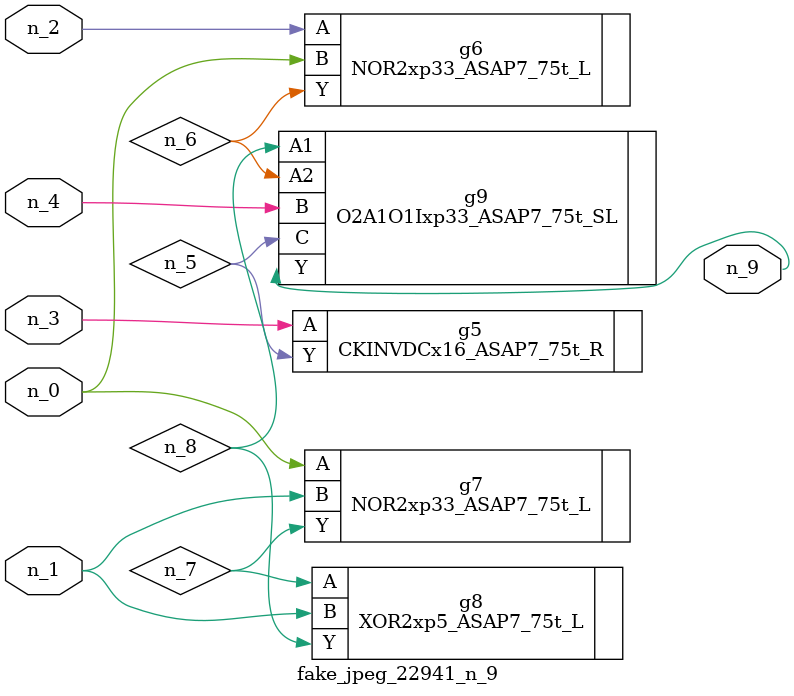
<source format=v>
module fake_jpeg_22941_n_9 (n_3, n_2, n_1, n_0, n_4, n_9);

input n_3;
input n_2;
input n_1;
input n_0;
input n_4;

output n_9;

wire n_8;
wire n_6;
wire n_5;
wire n_7;

CKINVDCx16_ASAP7_75t_R g5 ( 
.A(n_3),
.Y(n_5)
);

NOR2xp33_ASAP7_75t_L g6 ( 
.A(n_2),
.B(n_0),
.Y(n_6)
);

NOR2xp33_ASAP7_75t_L g7 ( 
.A(n_0),
.B(n_1),
.Y(n_7)
);

XOR2xp5_ASAP7_75t_L g8 ( 
.A(n_7),
.B(n_1),
.Y(n_8)
);

O2A1O1Ixp33_ASAP7_75t_SL g9 ( 
.A1(n_8),
.A2(n_6),
.B(n_4),
.C(n_5),
.Y(n_9)
);


endmodule
</source>
